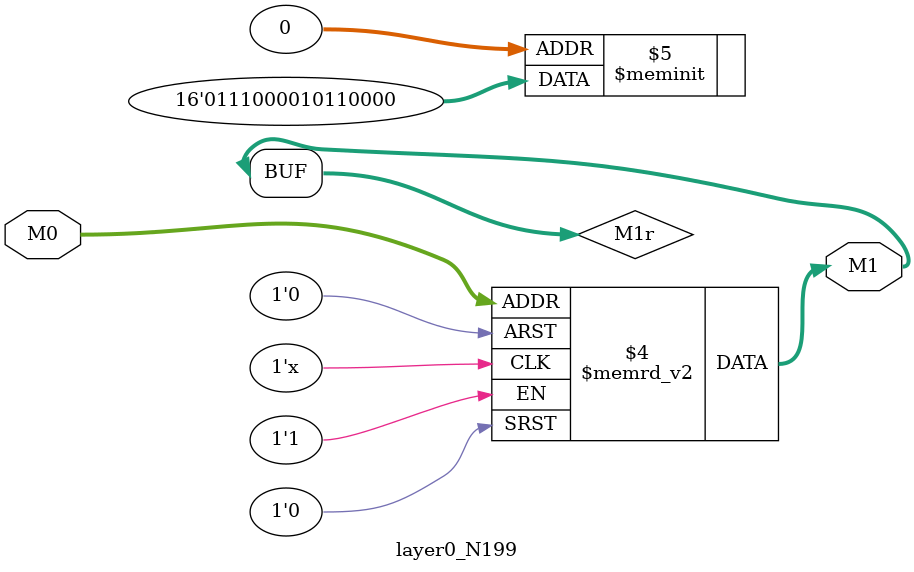
<source format=v>
module layer0_N199 ( input [2:0] M0, output [1:0] M1 );

	(*rom_style = "distributed" *) reg [1:0] M1r;
	assign M1 = M1r;
	always @ (M0) begin
		case (M0)
			3'b000: M1r = 2'b00;
			3'b100: M1r = 2'b00;
			3'b010: M1r = 2'b11;
			3'b110: M1r = 2'b11;
			3'b001: M1r = 2'b00;
			3'b101: M1r = 2'b00;
			3'b011: M1r = 2'b10;
			3'b111: M1r = 2'b01;

		endcase
	end
endmodule

</source>
